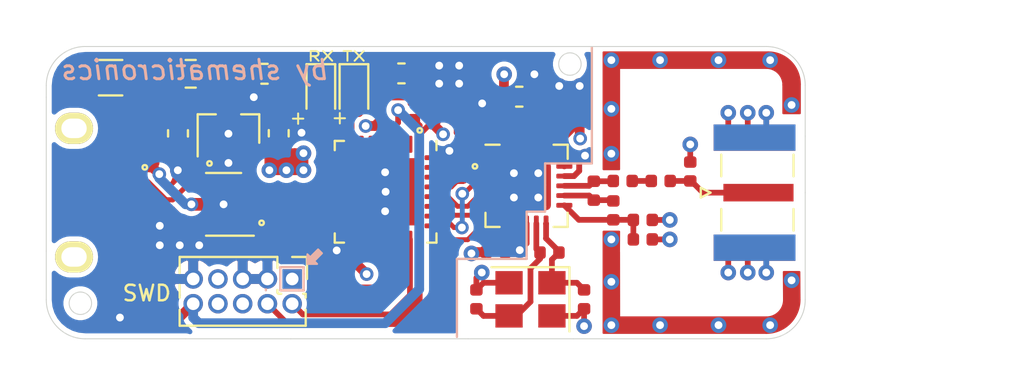
<source format=kicad_pcb>
(kicad_pcb (version 20240108) (generator "pcbnew") (generator_version "8.0")
  (layers (0 "F.Cu" signal) (31 "B.Cu" signal) (34 "B.Paste" user) (35 "F.Paste" user) (36 "B.SilkS" user "B.Silkscreen") (37 "F.SilkS" user "F.Silkscreen") (38 "B.Mask" user) (39 "F.Mask" user) (44 "Edge.Cuts" user))
  (net 0 "")
  (net 1 "GND")
  (net 2 "+3V3")
  (net 3 "NRF_ANT2")
  (net 4 "SPI3_MISO")
  (net 5 "NRF_XC2")
  (net 6 "NRF_VDD_PA")
  (net 7 "SPI3_SCK")
  (net 8 "NRF_ANT1")
  (net 9 "SPI3_MOSI")
  (net 10 "NRF_XC1")
  (net 11 "SPI3_!CS")
  (net 12 "NRF_CE")
  (net 13 "NRF_IRQ")
  (net 14 "USB_CONN_D+")
  (net 15 "USB_D-")
  (net 16 "+5V")
  (net 17 "USB_CONN_D-")
  (net 18 "USB_D+")
  (net 19 "NRST")
  (net 20 "SWCLK")
  (net 21 "SWDIO")
  (footprint "Package_TO_SOT_SMD:SOT-23-6" (layer "F.Cu") (at 153.7 52.85 180)
    (property "Reference" "U2")
    (property "Value" "USBLC6-2SC6")
  )
  (footprint "Inductor_SMD:L_0402_1005Metric" (layer "F.Cu") (at 174.185 51.65)
    (property "Reference" "L1")
    (property "Value" "3n9")
  )
  (footprint "Resistor_SMD:R_0402_1005Metric" (layer "F.Cu") (at 170.425 55.325)
    (property "Reference" "R5")
    (property "Value" "1M")
  )
  (footprint "Inductor_SMD:L_0805_2012Metric" (layer "F.Cu") (at 152.0125 46.15 180)
    (property "Reference" "FB1")
    (property "Value" "100 @ 100MHz")
  )
  (footprint "LED_SMD:LED_0603_1608Metric" (layer "F.Cu") (at 160.39 47.1425 -90)
    (property "Reference" "D2")
    (property "Value" "YE")
  )
  (footprint "Capacitor_SMD:C_0402_1005Metric" (layer "F.Cu") (at 163.465 48.02 90)
    (property "Reference" "C5")
    (property "Value" "100n")
  )
  (footprint "Resistor_SMD:R_0603_1608Metric" (layer "F.Cu") (at 162.8275 46.13)
    (property "Reference" "R3")
    (property "Value" "2k2")
  )
  (footprint "Inductor_SMD:L_0402_1005Metric" (layer "F.Cu") (at 172.7 52.15 -90)
    (property "Reference" "L2")
    (property "Value" "8n2")
  )
  (footprint "Capacitor_SMD:C_0402_1005Metric" (layer "F.Cu") (at 176.135 51.65 180)
    (property "Reference" "C15")
    (property "Value" "1p5")
  )
  (footprint "Capacitor_SMD:C_0402_1005Metric" (layer "F.Cu") (at 177.65 51.165 -90)
    (property "Reference" "C16")
    (property "Value" "1p")
  )
  (footprint "10118193-0001LF:101181930001LF" (layer "F.Cu") (at 146.1 52.25 -90)
    (property "Reference" "J1")
    (property "Value" "USB_B_Micro" (hide yes))
  )
  (footprint "Capacitor_SMD:C_0402_1005Metric" (layer "F.Cu") (at 175.215 53.65 180)
    (property "Reference" "C18")
    (property "Value" "4p7")
  )
  (footprint "Connector_PinHeader_1.27mm:PinHeader_2x05_P1.27mm_Vertical" (layer "F.Cu") (at 157.22 56.68 -90)
    (property "Reference" "J3")
    (property "Value" "ARM 10pin")
  )
  (footprint "Resistor_SMD:R_0603_1608Metric" (layer "F.Cu") (at 155.8 46.15 180)
    (property "Reference" "R2")
    (property "Value" "2k2")
  )
  (footprint "LED_SMD:LED_0603_1608Metric" (layer "F.Cu") (at 158.69 47.1425 -90)
    (property "Reference" "D1")
    (property "Value" "GR")
  )
  (footprint "Capacitor_SMD:C_0402_1005Metric" (layer "F.Cu") (at 172.2 57.725 -90)
    (property "Reference" "C13")
    (property "Value" "12p")
  )
  (footprint "Fuse:Fuse_1206_3216Metric" (layer "F.Cu") (at 147.9 46.35 180)
    (property "Reference" "F1")
    (property "Value" "100mA")
  )
  (footprint "Crystal:Crystal_SMD_3225-4Pin_3.2x2.5mm" (layer "F.Cu") (at 169.45 57.725 180)
    (property "Reference" "Y1")
    (property "Value" "16MHz")
  )
  (footprint "Resistor_SMD:R_0402_1005Metric" (layer "F.Cu") (at 170.925 48.16 90)
    (property "Reference" "R4")
    (property "Value" "22k")
  )
  (footprint "Capacitor_SMD:C_0402_1005Metric" (layer "F.Cu") (at 175.215 54.65 180)
    (property "Reference" "C17")
    (property "Value" "2n2")
  )
  (footprint "Inductor_SMD:L_0402_1005Metric" (layer "F.Cu") (at 173.7 53.16 90)
    (property "Reference" "L3")
    (property "Value" "2n7")
  )
  (footprint "Capacitor_SMD:C_0402_1005Metric" (layer "F.Cu") (at 166.675 57.725 90)
    (property "Reference" "C14")
    (property "Value" "12p")
  )
  (footprint "Connector_Coaxial:SMA_Samtec_SMA-J-P-X-ST-EM1_EdgeMount" (layer "F.Cu") (at 180.95 52.25 90)
    (property "Reference" "J2")
    (property "Value" "SMA")
  )
  (footprint "Capacitor_SMD:C_0402_1005Metric" (layer "F.Cu") (at 169.425 48.625)
    (property "Reference" "C11")
    (property "Value" "10n")
  )
  (footprint "Capacitor_SMD:C_0402_1005Metric" (layer "F.Cu") (at 167.465 48.625 180)
    (property "Reference" "C12")
    (property "Value" "33n")
  )
  (footprint "Resistor_SMD:R_0402_1005Metric" (layer "F.Cu") (at 165.565 48.015 90)
    (property "Reference" "R1")
    (property "Value" "2k2")
  )
  (footprint "Capacitor_SMD:C_0402_1005Metric" (layer "F.Cu") (at 161.79 48.02 90)
    (property "Reference" "C7")
    (property "Value" "100n")
  )
  (footprint "Package_DFN_QFN:QFN-20-1EP_4x4mm_P0.5mm_EP2.5x2.5mm" (layer "F.Cu") (at 169.25 51.9)
    (property "Reference" "U4")
    (property "Value" "nRF24L01P")
  )
  (footprint "Package_TO_SOT_SMD:SOT-23" (layer "F.Cu") (at 153.95 48.99 90)
    (property "Reference" "U1")
    (property "Value" "XC6206P332MR")
  )
  (footprint "Capacitor_SMD:C_0402_1005Metric" (layer "F.Cu") (at 159.99 55.88 180)
    (property "Reference" "C6")
    (property "Value" "100n")
  )
  (footprint "Capacitor_SMD:C_0603_1608Metric" (layer "F.Cu") (at 168.875 47.325)
    (property "Reference" "C8")
    (property "Value" "10u")
  )
  (footprint "Capacitor_SMD:C_0603_1608Metric" (layer "F.Cu") (at 156.53 49.2025 90)
    (property "Reference" "C2")
    (property "Value" "10u")
  )
  (footprint "Capacitor_SMD:C_0402_1005Metric" (layer "F.Cu") (at 149.785 58.66 180)
    (property "Reference" "C3")
    (property "Value" "100n")
  )
  (footprint "Capacitor_SMD:C_0402_1005Metric" (layer "F.Cu") (at 164.515 48.02 90)
    (property "Reference" "C4")
    (property "Value" "1u")
  )
  (footprint "Capacitor_SMD:C_0402_1005Metric" (layer "F.Cu") (at 171.975 48.165 90)
    (property "Reference" "C10")
    (property "Value" "10n")
  )
  (footprint "Package_DFN_QFN:QFN-32-1EP_5x5mm_P0.5mm_EP3.45x3.45mm" (layer "F.Cu") (at 162.015 52.205 -90)
    (property "Reference" "U3")
    (property "Value" "STM32L432KBU6")
  )
  (footprint "Capacitor_SMD:C_0603_1608Metric" (layer "F.Cu") (at 151.36 49.2075 -90)
    (property "Reference" "C1")
    (property "Value" "10u")
  )
  (footprint "Capacitor_SMD:C_0402_1005Metric" (layer "F.Cu") (at 167.665 55.3)
    (property "Reference" "C9")
    (property "Value" "10n")
  )
  (gr_arc (start 181.65 45.075) (mid 182.781371 45.543629) (end 183.25 46.675) (stroke (width 0.15)) (layer "F.Cu") (net 1))
  (gr_arc (start 182.47 57.75) (mid 182.203467 58.393467) (end 181.56 58.66) (stroke (width 0.12)) (layer "F.Cu") (net 1))
  (gr_poly (pts (xy 181.925 45.15) (xy 182.5 45.375) (xy 182.975 45.825) (xy 183.175 46.25) (xy 183.175 46.65) (xy 182.5 46.65) (xy 182.475 46.475) (xy 182.3 46.125) (xy 181.975 45.9) (xy 181.6 45.775) (xy 181.65 45.1)) (stroke (width 0.1)) (fill solid) (layer "F.Cu") (net 1))
  (gr_poly (pts (xy 181.65 45.85) (xy 174 45.85) (xy 174 51.05) (xy 173.2 51.05) (xy 173.2 45.05) (xy 181.65 45.05)) (stroke (width 0.1)) (fill solid) (layer "F.Cu") (net 1))
  (gr_poly (pts (xy 183.275 48.175) (xy 182.425 48.175) (xy 182.425 46.7) (xy 183.275 46.7)) (stroke (width 0.1)) (fill solid) (layer "F.Cu") (net 1))
  (gr_arc (start 181.55 45.825) (mid 182.186396 46.088604) (end 182.45 46.725) (stroke (width 0.15)) (layer "F.Cu") (net 1))
  (gr_poly (pts (xy 183.26 57.75) (xy 182.46 57.75) (xy 182.45 56.32) (xy 183.25 56.32)) (stroke (width 0.1)) (fill solid) (layer "F.Cu") (net 1))
  (gr_arc (start 183.25 57.74) (mid 182.752082 58.942082) (end 181.55 59.44) (stroke (width 0.12)) (layer "F.Cu") (net 1))
  (gr_poly (pts (xy 174.0025 58.65) (xy 181.55 58.65) (xy 181.55 59.45) (xy 173.2 59.45) (xy 173.2 56.75) (xy 173.2 56.1) (xy 173.2 54.25) (xy 174 54.25) (xy 173.995 55.3) (xy 173.9975 55.3)) (stroke (width 0.1)) (fill solid) (layer "F.Cu") (net 1))
  (gr_poly (pts (xy 183.21 58) (xy 183.11 58.37) (xy 182.74 58.95) (xy 181.98 59.35) (xy 181.59 59.38) (xy 181.6 58.73) (xy 181.6 58.72) (xy 181.96 58.63) (xy 182.33 58.33) (xy 182.52 57.86) (xy 182.51 57.78) (xy 183.2 57.77)) (stroke (width 0.1)) (fill solid) (layer "F.Cu") (net 1))
  (gr_line (start 157.81 56.42) (end 157.81 57.27) (stroke (width 0.12)) (layer "B.SilkS"))
  (gr_line (start 170.175 53.225) (end 169.575 53.225) (stroke (width 0.12)) (layer "B.SilkS"))
  (gr_line (start 169.25 55.65) (end 167.2 55.65) (stroke (width 0.12)) (layer "B.SilkS"))
  (gr_line (start 157.56 57.27) (end 156.61 57.27) (stroke (width 0.12)) (layer "B.SilkS"))
  (gr_line (start 169.25 53.225) (end 169.25 53.675) (stroke (width 0.12)) (layer "B.SilkS"))
  (gr_line (start 172.6 50.75) (end 171.3 50.75) (stroke (width 0.12)) (layer "B.SilkS"))
  (gr_line (start 172.6 44.8) (end 172.6 49.975) (stroke (width 0.12)) (layer "B.SilkS"))
  (gr_poly (pts (xy 158.75 55.36) (xy 158.35 55.76) (xy 158.5 55.91) (xy 158 55.91) (xy 158 55.41) (xy 158.15 55.56) (xy 158.55 55.16)) (stroke (width 0.1)) (fill solid) (layer "B.SilkS"))
  (gr_line (start 170.2 51.875) (end 170.2 52.975) (stroke (width 0.12)) (layer "B.SilkS"))
  (gr_line (start 156.61 57.22) (end 156.61 56.07) (stroke (width 0.12)) (layer "B.SilkS"))
  (gr_line (start 171.275 50.75) (end 170.2 50.75) (stroke (width 0.12)) (layer "B.SilkS"))
  (gr_line (start 156.61 56.07) (end 157.81 56.07) (stroke (width 0.12)) (layer "B.SilkS"))
  (gr_line (start 166.05 55.65) (end 167.2 55.65) (stroke (width 0.12)) (layer "B.SilkS"))
  (gr_line (start 165.675 55.65) (end 165.675 59.65) (stroke (width 0.12)) (layer "B.SilkS"))
  (gr_line (start 169.55 53.225) (end 169.275 53.225) (stroke (width 0.12)) (layer "B.SilkS"))
  (gr_line (start 169.25 53.675) (end 169.25 55.65) (stroke (width 0.12)) (layer "B.SilkS"))
  (gr_line (start 157.81 56.07) (end 157.81 56.42) (stroke (width 0.12)) (layer "B.SilkS"))
  (gr_line (start 170.2 50.75) (end 170.2 51.85) (stroke (width 0.12)) (layer "B.SilkS"))
  (gr_line (start 172.6 50) (end 172.6 50.75) (stroke (width 0.12)) (layer "B.SilkS"))
  (gr_line (start 170.2 52.975) (end 170.2 53.225) (stroke (width 0.12)) (layer "B.SilkS"))
  (gr_line (start 155.87 57.26) (end 155.87 57.21) (stroke (width 0.12)) (layer "B.SilkS"))
  (gr_line (start 157.81 57.27) (end 157.56 57.27) (stroke (width 0.12)) (layer "B.SilkS"))
  (gr_line (start 165.675 55.65) (end 166.025 55.65) (stroke (width 0.12)) (layer "B.SilkS"))
  (gr_circle (center 152.975 50.75) (end 153 50.8) (stroke (width 0.12)) (fill none) (layer "F.SilkS"))
  (gr_circle (center 155.65 53.8) (end 155.675 53.85) (stroke (width 0.12)) (fill none) (layer "F.SilkS"))
  (gr_circle (center 163.765 49.055) (end 163.79 49.105) (stroke (width 0.12)) (fill none) (layer "F.SilkS"))
  (gr_circle (center 166.6 50.9) (end 166.625 50.95) (stroke (width 0.12)) (fill none) (layer "F.SilkS"))
  (gr_circle (center 149.655901 50.95) (end 149.680901 51) (stroke (width 0.12)) (fill none) (layer "F.SilkS"))
  (gr_arc (start 181.55 44.75) (mid 182.964214 45.335786) (end 183.55 46.75) (stroke (width 0.05)) (layer "Edge.Cuts"))
  (gr_line (start 183.55 49.35) (end 183.55 46.75) (stroke (width 0.05)) (layer "Edge.Cuts"))
  (gr_line (start 146.6 59.75) (end 151.75 59.75) (stroke (width 0.05)) (layer "Edge.Cuts"))
  (gr_line (start 183.55 52.25) (end 183.55 49.35) (stroke (width 0.05)) (layer "Edge.Cuts"))
  (gr_line (start 144.6 47.35) (end 144.6 46.75) (stroke (width 0.05)) (layer "Edge.Cuts"))
  (gr_arc (start 144.6 46.75) (mid 145.185786 45.335786) (end 146.6 44.75) (stroke (width 0.05)) (layer "Edge.Cuts"))
  (gr_line (start 171.65 59.75) (end 181.55 59.75) (stroke (width 0.05)) (layer "Edge.Cuts"))
  (gr_line (start 181.2 44.75) (end 181.55 44.75) (stroke (width 0.05)) (layer "Edge.Cuts"))
  (gr_circle (center 146.35 57.926) (end 146.926 57.926) (stroke (width 0.05)) (fill none) (layer "Edge.Cuts"))
  (gr_circle (center 171.474 45.65) (end 172.05 45.65) (stroke (width 0.05)) (fill none) (layer "Edge.Cuts"))
  (gr_line (start 157.15 59.75) (end 166.25 59.75) (stroke (width 0.05)) (layer "Edge.Cuts"))
  (gr_line (start 166.25 59.75) (end 171.65 59.75) (stroke (width 0.05)) (layer "Edge.Cuts"))
  (gr_line (start 151.75 59.75) (end 157.15 59.75) (stroke (width 0.05)) (layer "Edge.Cuts"))
  (gr_line (start 160.85 44.75) (end 165.4 44.75) (stroke (width 0.05)) (layer "Edge.Cuts"))
  (gr_arc (start 146.6 59.75) (mid 145.185786 59.164214) (end 144.6 57.75) (stroke (width 0.05)) (layer "Edge.Cuts"))
  (gr_line (start 165.4 44.75) (end 181.2 44.75) (stroke (width 0.05)) (layer "Edge.Cuts"))
  (gr_arc (start 183.55 57.75) (mid 182.964214 59.164214) (end 181.55 59.75) (stroke (width 0.05)) (layer "Edge.Cuts"))
  (gr_line (start 144.6 55.25) (end 144.6 47.35) (stroke (width 0.05)) (layer "Edge.Cuts"))
  (gr_line (start 183.55 52.25) (end 183.55 57.75) (stroke (width 0.05)) (layer "Edge.Cuts"))
  (gr_line (start 160.85 44.75) (end 146.6 44.75) (stroke (width 0.05)) (layer "Edge.Cuts"))
  (gr_line (start 144.6 55.25) (end 144.6 57.75) (stroke (width 0.05)) (layer "Edge.Cuts"))
  (gr_text "by shematicronics" (at 152.25 45.95 0) (layer "B.SilkS") (effects (font (size 1 1) (thickness 0.15) (italic yes)) (justify mirror)))
  (gr_text "TX" (at 160.39 45.255 0) (layer "F.SilkS") (effects (font (size 0.5 0.7) (thickness 0.1))))
  (gr_text "RX" (at 158.69 45.255 0) (layer "F.SilkS") (effects (font (size 0.5 0.7) (thickness 0.1))))
  (gr_text "+" (at 157.525 48.4 0) (layer "F.SilkS") (effects (font (size 0.7 0.7) (thickness 0.1))))
  (gr_text "SWD" (at 149.76 57.41 0) (layer "F.SilkS") (effects (font (size 0.8 0.8) (thickness 0.125))))
  (gr_text "+" (at 159.665 48.38 0) (layer "F.SilkS") (effects (font (size 0.7 0.7) (thickness 0.1))))
  (segment (start 174.67 51.65) (end 175.65 51.65) (width 0.29337) (layer "F.Cu") (net 0))
  (segment (start 176.62 51.65) (end 177.65 51.65) (width 0.29337) (layer "F.Cu") (net 0))
  (segment (start 153.95 47.99) (end 151.79 47.99) (width 0.75) (layer "F.Cu") (net 0))
  (segment (start 152.95 46.99) (end 153.95 47.99) (width 0.75) (layer "F.Cu") (net 0))
  (segment (start 177.7 51.65) (end 177.65 51.65) (width 0.29337) (layer "F.Cu") (net 0))
  (segment (start 170.25 49.9625) (end 170.25 49.32) (width 0.3) (layer "F.Cu") (net 0))
  (segment (start 156.5875 46.15) (end 158.025 46.15) (width 0.5) (layer "F.Cu") (net 0))
  (segment (start 170.25 49.32) (end 170.925 48.645) (width 0.3) (layer "F.Cu") (net 0))
  (segment (start 160.615 46.13) (end 160.39 46.355) (width 0.5) (layer "F.Cu") (net 0))
  (segment (start 168.75 49.9625) (end 168.75 49.458586) (width 0.3) (layer "F.Cu") (net 0))
  (segment (start 165.64 49.18) (end 166.065 49.605) (width 0.25) (layer "F.Cu") (net 0))
  (segment (start 151.79 47.99) (end 151.36 48.42) (width 0.75) (layer "F.Cu") (net 0))
  (segment (start 166.065 49.605) (end 166.065 50.333084) (width 0.25) (layer "F.Cu") (net 0))
  (segment (start 151.075 46.15) (end 149.5 46.15) (width 0.75) (layer "F.Cu") (net 0))
  (segment (start 165.115 50.955) (end 165.289999 50.780001) (width 0.25) (layer "F.Cu") (net 0))
  (segment (start 165.64 48.68) (end 165.64 49.18) (width 0.25) (layer "F.Cu") (net 0))
  (segment (start 168.75 49.458586) (end 167.95 48.658586) (width 0.3) (layer "F.Cu") (net 0))
  (segment (start 178.3 52.25) (end 181.15 52.25) (width 0.29337) (layer "F.Cu") (net 0))
  (segment (start 162.04 46.13) (end 160.615 46.13) (width 0.5) (layer "F.Cu") (net 0))
  (segment (start 159.5775 48.8175) (end 158.69 47.93) (width 0.3) (layer "F.Cu") (net 0))
  (segment (start 170.25 49.9625) (end 170.25 49.82) (width 0.3) (layer "F.Cu") (net 0))
  (segment (start 165.618083 50.780001) (end 166.065 50.333084) (width 0.25) (layer "F.Cu") (net 0))
  (segment (start 167.95 48.658586) (end 167.95 48.625) (width 0.3) (layer "F.Cu") (net 0))
  (segment (start 158.025 46.15) (end 158.25 46.375) (width 0.5) (layer "F.Cu") (net 0))
  (segment (start 160.265 49.7675) (end 160.265 48.055) (width 0.3) (layer "F.Cu") (net 0))
  (segment (start 160.265 48.055) (end 160.39 47.93) (width 0.3) (layer "F.Cu") (net 0))
  (segment (start 159.5775 50.455) (end 159.5775 48.8175) (width 0.3) (layer "F.Cu") (net 0))
  (segment (start 152.95 46.15) (end 152.95 46.99) (width 0.75) (layer "F.Cu") (net 0))
  (segment (start 165.289999 50.780001) (end 165.618083 50.780001) (width 0.25) (layer "F.Cu") (net 0))
  (segment (start 164.4525 50.955) (end 165.115 50.955) (width 0.25) (layer "F.Cu") (net 0))
  (segment (start 156.6 46.1625) (end 156.5875 46.15) (width 0.75) (layer "F.Cu") (net 0))
  (segment (start 149.5 46.15) (end 149.3 46.35) (width 0.75) (layer "F.Cu") (net 0))
  (segment (start 178.3 52.25) (end 177.7 51.65) (width 0.29337) (layer "F.Cu") (net 0))
  (segment (start 163.465 47.535) (end 163.465 46.28) (width 0.5) (layer "F.Cu") (net 1))
  (segment (start 152.995 49.995) (end 153 49.99) (width 0.75) (layer "F.Cu") (net 1))
  (segment (start 166.98 48.6925) (end 166.98 48.625) (width 0.3) (layer "F.Cu") (net 1))
  (segment (start 150.425 54.95) (end 151.45 54.95) (width 0.5) (layer "F.Cu") (net 1))
  (segment (start 180.025 55.075) (end 179.6 55.5) (width 0.29337) (layer "F.Cu") (net 1))
  (segment (start 173.6 59.05) (end 173.6 56.825) (width 0.75) (layer "F.Cu") (net 1))
  (segment (start 163.465 47.535) (end 164.515 47.535) (width 0.5) (layer "F.Cu") (net 1))
  (segment (start 155.0125 46.15) (end 155.0125 47.1125) (width 0.5) (layer "F.Cu") (net 1))
  (segment (start 168.15 55.3) (end 168.8 55.3) (width 0.5) (layer "F.Cu") (net 1))
  (segment (start 165.565 47.53) (end 165.565 46.88) (width 0.5) (layer "F.Cu") (net 1))
  (segment (start 164.765 45.73) (end 164.015 45.73) (width 0.5) (layer "F.Cu") (net 1))
  (segment (start 166.97 48.615) (end 166.98 48.625) (width 0.5) (layer "F.Cu") (net 1))
  (segment (start 167.04 56.875) (end 166.675 57.24) (width 0.29337) (layer "F.Cu") (net 1))
  (segment (start 163.465 46.28) (end 163.615 46.13) (width 0.5) (layer "F.Cu") (net 1))
  (segment (start 179.6 49.25) (end 179.6 48.15) (width 0.29337) (layer "F.Cu") (net 1))
  (segment (start 171.683378 51.4) (end 171.95001 51.133368) (width 0.3) (layer "F.Cu") (net 1))
  (segment (start 171.95 50.75) (end 171.95 50.65) (width 0.3) (layer "F.Cu") (net 1))
  (segment (start 171.95001 51.133368) (end 171.95001 50.75001) (width 0.3) (layer "F.Cu") (net 1))
  (segment (start 153.215 49.99) (end 153.95 50.725) (width 0.5) (layer "F.Cu") (net 1))
  (segment (start 169.91 47.5725) (end 169.6625 47.325) (width 0.5) (layer "F.Cu") (net 1))
  (segment (start 159.505 55.88) (end 159.505 55.215) (width 0.3) (layer "F.Cu") (net 1))
  (segment (start 173.6 47.95) (end 173.6 45.45) (width 0.75) (layer "F.Cu") (net 1))
  (segment (start 173.6 50.25) (end 173.6 47.95) (width 0.75) (layer "F.Cu") (net 1))
  (segment (start 170.925 46.775) (end 170.925 47.675) (width 0.5) (layer "F.Cu") (net 1))
  (segment (start 154.8 52.85) (end 153.7 52.85) (width 0.5) (layer "F.Cu") (net 1))
  (segment (start 163.465 47.535) (end 163.192974 47.262974) (width 0.5) (layer "F.Cu") (net 1))
  (segment (start 175.7 53.65) (end 176.6 53.65) (width 0.29337) (layer "F.Cu") (net 1))
  (segment (start 164.525 47.545) (end 164.515 47.535) (width 0.5) (layer "F.Cu") (net 1))
  (segment (start 176.1 59.05) (end 179.1 59.05) (width 0.75) (layer "F.Cu") (net 1))
  (segment (start 171.95001 50.75001) (end 171.95 50.75) (width 0.3) (layer "F.Cu") (net 1))
  (segment (start 173.6 45.45) (end 176.1 45.45) (width 0.75) (layer "F.Cu") (net 1))
  (segment (start 175.7 54.65) (end 176.6 54.65) (width 0.29337) (layer "F.Cu") (net 1))
  (segment (start 155.0125 47.1125) (end 155.25 47.35) (width 0.5) (layer "F.Cu") (net 1))
  (segment (start 180.95 49.425) (end 179.775 49.425) (width 0.29337) (layer "F.Cu") (net 1))
  (segment (start 163.192974 47.262974) (end 162.062026 47.262974) (width 0.5) (layer "F.Cu") (net 1))
  (segment (start 181.55 55.075) (end 181.55 56.35) (width 0.29337) (layer "F.Cu") (net 1))
  (segment (start 180.6 49.075) (end 180.95 49.425) (width 0.29337) (layer "F.Cu") (net 1))
  (segment (start 171.95 50.65) (end 172.25 50.35) (width 0.3) (layer "F.Cu") (net 1))
  (segment (start 150.425 53.95) (end 150.425 54.95) (width 0.5) (layer "F.Cu") (net 1))
  (segment (start 153.765 49.225) (end 153 49.99) (width 0.5) (layer "F.Cu") (net 1))
  (segment (start 164.4525 50.455) (end 164.94 50.455) (width 0.3) (layer "F.Cu") (net 1))
  (segment (start 172.2 58.235) (end 172.2 59.125) (width 0.29337) (layer "F.Cu") (net 1))
  (segment (start 157.7 49.175) (end 156.94 48.415) (width 0.75) (layer "F.Cu") (net 1))
  (segment (start 168.15 55.3) (end 168.15 55.35) (width 0.3) (layer "F.Cu") (net 1))
  (segment (start 177.65 50.68) (end 177.65 49.775) (width 0.29337) (layer "F.Cu") (net 1))
  (segment (start 173.6 56.825) (end 173.6 54.65) (width 0.75) (layer "F.Cu") (net 1))
  (segment (start 164.765 46.655) (end 164.14 46.655) (width 0.5) (layer "F.Cu") (net 1))
  (segment (start 153.95 49.225) (end 153.765 49.225) (width 0.5) (layer "F.Cu") (net 1))
  (segment (start 169.25 54.85) (end 168.9 55.2) (width 0.3) (layer "F.Cu") (net 1))
  (segment (start 168.35 56.875) (end 167.04 56.875) (width 0.29337) (layer "F.Cu") (net 1))
  (segment (start 173.6 54.65) (end 173.6 57.1) (width 0.75) (layer "F.Cu") (net 1))
  (segment (start 164.14 46.655) (end 163.615 46.13) (width 0.5) (layer "F.Cu") (net 1))
  (segment (start 151.36 49.995) (end 152.995 49.995) (width 0.75) (layer "F.Cu") (net 1))
  (segment (start 180.6 55.425) (end 180.95 55.075) (width 0.29337) (layer "F.Cu") (net 1))
  (segment (start 162.062026 47.262974) (end 161.79 47.535) (width 0.5) (layer "F.Cu") (net 1))
  (segment (start 173.6 59.05) (end 176.1 59.05) (width 0.75) (layer "F.Cu") (net 1))
  (segment (start 165.565 46.88) (end 165.79 46.655) (width 0.5) (layer "F.Cu") (net 1))
  (segment (start 164.94 50.455) (end 165.29 50.105) (width 0.3) (layer "F.Cu") (net 1))
  (segment (start 180.6 48.15) (end 180.6 49.075) (width 0.29337) (layer "F.Cu") (net 1))
  (segment (start 151.45 54.95) (end 152.45 54.95) (width 0.5) (layer "F.Cu") (net 1))
  (segment (start 164.515 46.905) (end 164.765 46.655) (width 0.5) (layer "F.Cu") (net 1))
  (segment (start 180.95 55.075) (end 180.025 55.075) (width 0.29337) (layer "F.Cu") (net 1))
  (segment (start 168.8 55.3) (end 168.9 55.2) (width 0.5) (layer "F.Cu") (net 1))
  (segment (start 180.6 56.35) (end 180.6 55.425) (width 0.29337) (layer "F.Cu") (net 1))
  (segment (start 153 49.99) (end 153.215 49.99) (width 0.5) (layer "F.Cu") (net 1))
  (segment (start 164.515 47.535) (end 164.515 46.905) (width 0.5) (layer "F.Cu") (net 1))
  (segment (start 170.55 58.575) (end 171.835 58.575) (width 0.29337) (layer "F.Cu") (net 1))
  (segment (start 159.505 55.215) (end 159.505 54.0275) (width 0.3) (layer "F.Cu") (net 1))
  (segment (start 156.94 48.415) (end 156.53 48.415) (width 0.75) (layer "F.Cu") (net 1))
  (segment (start 169.75 48.785) (end 169.91 48.625) (width 0.3) (layer "F.Cu") (net 1))
  (segment (start 171.1875 51.4) (end 171.683378 51.4) (width 0.3) (layer "F.Cu") (net 1))
  (segment (start 151.35 50.005) (end 151.36 49.995) (width 0.5) (layer "F.Cu") (net 1))
  (segment (start 169.25 53.8375) (end 169.25 54.85) (width 0.3) (layer "F.Cu") (net 1))
  (segment (start 171.975 46.775) (end 171.975 47.68) (width 0.5) (layer "F.Cu") (net 1))
  (segment (start 166.97 47.67) (end 166.97 48.615) (width 0.5) (layer "F.Cu") (net 1))
  (segment (start 166.675 57.24) (end 166.675 56.625) (width 0.3) (layer "F.Cu") (net 1))
  (segment (start 169.6625 47.325) (end 169.6625 46.1875) (width 0.5) (layer "F.Cu") (net 1))
  (segment (start 148.7625 53.55) (end 150.025 53.55) (width 0.5) (layer "F.Cu") (net 1))
  (segment (start 164.015 45.73) (end 163.615 46.13) (width 0.5) (layer "F.Cu") (net 1))
  (segment (start 149.3 58.66) (end 148.38 58.66) (width 0.5) (layer "F.Cu") (net 1))
  (segment (start 169.91 48.625) (end 169.91 47.5725) (width 0.5) (layer "F.Cu") (net 1))
  (segment (start 179.775 49.425) (end 179.6 49.25) (width 0.29337) (layer "F.Cu") (net 1))
  (segment (start 176.1 45.45) (end 179.1 45.45) (width 0.75) (layer "F.Cu") (net 1))
  (segment (start 150.025 53.55) (end 150.425 53.95) (width 0.5) (layer "F.Cu") (net 1))
  (segment (start 171.835 58.575) (end 172.2 58.21) (width 0.29337) (layer "F.Cu") (net 1))
  (segment (start 181.55 49.425) (end 181.55 48.15) (width 0.29337) (layer "F.Cu") (net 1))
  (segment (start 169.6625 46.1875) (end 169.65 46.175) (width 0.5) (layer "F.Cu") (net 1))
  (segment (start 159.505 54.0275) (end 159.5775 53.955) (width 0.3) (layer "F.Cu") (net 1))
  (segment (start 179.6 55.5) (end 179.6 56.35) (width 0.29337) (layer "F.Cu") (net 1))
  (segment (start 169.75 49.9625) (end 169.75 48.785) (width 0.3) (layer "F.Cu") (net 1))
  (segment (start 151.35 51.1) (end 151.35 50.005) (width 0.5) (layer "F.Cu") (net 1))
  (segment (start 169.91 48.678586) (end 169.91 48.625) (width 0.3) (layer "F.Cu") (net 1))
  (via (at 182.85 47.75) (size 0.8) (drill 0.4) (layers "F.Cu" "B.Cu") (net 1))
  (via (at 181.75 45.45) (size 0.8) (drill 0.4) (layers "F.Cu" "B.Cu") (net 1))
  (via (at 168.6 51.25) (size 0.7) (drill 0.4) (layers "F.Cu" "B.Cu") (net 1))
  (via (at 182.85 56.75) (size 0.8) (drill 0.4) (layers "F.Cu" "B.Cu") (net 1))
  (via (at 169.65 46.175) (size 0.8) (drill 0.4) (layers "F.Cu" "B.Cu") (net 1))
  (via (at 150.425 53.95) (size 0.8) (drill 0.4) (layers "F.Cu" "B.Cu") (net 1))
  (via (at 173.6 56.825) (size 0.8) (drill 0.4) (layers "F.Cu" "B.Cu") (net 1))
  (via (at 173.6 54.65) (size 0.8) (drill 0.4) (layers "F.Cu" "B.Cu") (net 1))
  (via (at 165.79 45.73) (size 0.8) (drill 0.4) (layers "F.Cu" "B.Cu") (net 1))
  (via (at 172.25 50.35) (size 0.7) (drill 0.4) (layers "F.Cu" "B.Cu") (net 1))
  (via (at 177.65 49.775) (size 0.8) (drill 0.4) (layers "F.Cu" "B.Cu") (net 1))
  (via (at 176.1 59.05) (size 0.8) (drill 0.4) (layers "F.Cu" "B.Cu") (net 1))
  (via (at 161.99 51.205) (size 0.8) (drill 0.4) (layers "F.Cu" "B.Cu") (net 1))
  (via (at 173.6 59.05) (size 0.8) (drill 0.4) (layers "F.Cu" "B.Cu") (net 1))
  (via (at 181.55 48.15) (size 0.8) (drill 0.4) (layers "F.Cu" "B.Cu") (net 1))
  (via (at 169.85 51.25) (size 0.7) (drill 0.4) (layers "F.Cu" "B.Cu") (net 1))
  (via (at 179.6 56.35) (size 0.8) (drill 0.4) (layers "F.Cu" "B.Cu") (net 1))
  (via (at 179.1 59.05) (size 0.8) (drill 0.4) (layers "F.Cu" "B.Cu") (net 1))
  (via (at 148.38 58.66) (size 0.8) (drill 0.4) (layers "F.Cu" "B.Cu") (net 1))
  (via (at 176.1 45.45) (size 0.8) (drill 0.4) (layers "F.Cu" "B.Cu") (net 1))
  (via (at 166.95 56.35) (size 0.8) (drill 0.4) (layers "F.Cu" "B.Cu") (net 1))
  (via (at 164.765 46.655) (size 0.8) (drill 0.4) (layers "F.Cu" "B.Cu") (net 1))
  (via (at 170.925 46.775) (size 0.8) (drill 0.4) (layers "F.Cu" "B.Cu") (net 1))
  (via (at 173.6 50.25) (size 0.8) (drill 0.4) (layers "F.Cu" "B.Cu") (net 1))
  (via (at 162.015 52.205) (size 0.8) (drill 0.4) (layers "F.Cu" "B.Cu") (net 1))
  (via (at 168.9 55.2) (size 0.8) (drill 0.4) (layers "F.Cu" "B.Cu") (net 1))
  (via (at 176.6 53.65) (size 0.8) (drill 0.4) (layers "F.Cu" "B.Cu") (net 1))
  (via (at 179.1 45.45) (size 0.8) (drill 0.4) (layers "F.Cu" "B.Cu") (net 1))
  (via (at 173.6 47.95) (size 0.8) (drill 0.4) (layers "F.Cu" "B.Cu") (net 1))
  (via (at 153.7 52.85) (size 0.7) (drill 0.4) (layers "F.Cu" "B.Cu") (net 1))
  (via (at 151.35 51.1) (size 0.8) (drill 0.4) (layers "F.Cu" "B.Cu") (net 1))
  (via (at 180.6 48.15) (size 0.8) (drill 0.4) (layers "F.Cu" "B.Cu") (net 1))
  (via (at 159.505 55.215) (size 0.7) (drill 0.4) (layers "F.Cu" "B.Cu") (net 1))
  (via (at 181.55 56.35) (size 0.8) (drill 0.4) (layers "F.Cu" "B.Cu") (net 1))
  (via (at 179.6 48.15) (size 0.8) (drill 0.4) (layers "F.Cu" "B.Cu") (net 1))
  (via (at 165.29 50.105) (size 0.7) (drill 0.4) (layers "F.Cu" "B.Cu") (net 1))
  (via (at 173.6 45.45) (size 0.8) (drill 0.4) (layers "F.Cu" "B.Cu") (net 1))
  (via (at 155.25 47.35) (size 0.8) (drill 0.4) (layers "F.Cu" "B.Cu") (net 1))
  (via (at 153.95 50.725) (size 0.8) (drill 0.4) (layers "F.Cu" "B.Cu") (net 1))
  (via (at 157.7 49.175) (size 0.8) (drill 0.4) (layers "F.Cu" "B.Cu") (net 1))
  (via (at 168.6 52.5) (size 0.7) (drill 0.4) (layers "F.Cu" "B.Cu") (net 1))
  (via (at 165.79 46.655) (size 0.8) (drill 0.4) (layers "F.Cu" "B.Cu") (net 1))
  (via (at 166.97 47.67) (size 0.8) (drill 0.4) (layers "F.Cu" "B.Cu") (net 1))
  (via (at 180.6 56.35) (size 0.8) (drill 0.4) (layers "F.Cu" "B.Cu") (net 1))
  (via (at 169.85 52.5) (size 0.7) (drill 0.4) (layers "F.Cu" "B.Cu") (net 1))
  (via (at 152.45 54.95) (size 0.8) (drill 0.4) (layers "F.Cu" "B.Cu") (net 1))
  (via (at 181.75 59.05) (size 0.8) (drill 0.4) (layers "F.Cu" "B.Cu") (net 1))
  (via (at 172.2 59.1) (size 0.8) (drill 0.4) (layers "F.Cu" "B.Cu") (net 1))
  (via (at 164.765 45.73) (size 0.8) (drill 0.4) (layers "F.Cu" "B.Cu") (net 1))
  (via (at 161.99 53.205) (size 0.8) (drill 0.4) (layers "F.Cu" "B.Cu") (net 1))
  (via (at 153.95 49.225) (size 0.8) (drill 0.4) (layers "F.Cu" "B.Cu") (net 1))
  (via (at 151.45 54.95) (size 0.8) (drill 0.4) (layers "F.Cu" "B.Cu") (net 1))
  (via (at 171.975 46.775) (size 0.8) (drill 0.4) (layers "F.Cu" "B.Cu") (net 1))
  (via (at 150.425 54.95) (size 0.8) (drill 0.4) (layers "F.Cu" "B.Cu") (net 1))
  (via (at 176.6 54.65) (size 0.8) (drill 0.4) (layers "F.Cu" "B.Cu") (net 1))
  (segment (start 181.55 49.425) (end 181.55 48.15) (width 0.29337) (layer "B.Cu") (net 1))
  (segment (start 181.55 55.075) (end 181.55 56.35) (width 0.29337) (layer "B.Cu") (net 1))
  (segment (start 157.8 51.1) (end 157.35 50.65) (width 0.5) (layer "F.Cu") (net 2))
  (segment (start 160.475 55.88) (end 160.49 55.88) (width 0.5) (layer "F.Cu") (net 2))
  (segment (start 156.53 50.705) (end 156.925 51.1) (width 0.5) (layer "F.Cu") (net 2))
  (segment (start 156.925 50.385) (end 156.53 49.99) (width 0.5) (layer "F.Cu") (net 2))
  (segment (start 168.0875 46.1875) (end 168.1 46.175) (width 0.5) (layer "F.Cu") (net 2))
  (segment (start 157.8 50.225) (end 157.35 50.225) (width 0.5) (layer "F.Cu") (net 2))
  (segment (start 160.99 48.83) (end 161.465 48.83) (width 0.5) (layer "F.Cu") (net 2))
  (segment (start 171.975 48.65) (end 171.975 49.45) (width 0.5) (layer "F.Cu") (net 2))
  (segment (start 172 48.675) (end 171.975 48.65) (width 0.3) (layer "F.Cu") (net 2))
  (segment (start 168.8 48.765) (end 168.94 48.625) (width 0.3) (layer "F.Cu") (net 2))
  (segment (start 163.765 49.7675) (end 163.765 48.805) (width 0.29337) (layer "F.Cu") (net 2))
  (segment (start 156.765 50.225) (end 156.53 49.99) (width 0.5) (layer "F.Cu") (net 2))
  (segment (start 167.18 55.3) (end 166.49 55.3) (width 0.5) (layer "F.Cu") (net 2))
  (segment (start 154.9 49.99) (end 156.53 49.99) (width 0.75) (layer "F.Cu") (net 2))
  (segment (start 168.75 54.298022) (end 168.75 53.8375) (width 0.25) (layer "F.Cu") (net 2))
  (segment (start 164.515 48.805) (end 164.965 49.255) (width 0.5) (layer "F.Cu") (net 2))
  (segment (start 168.473012 54.57501) (end 168.75 54.298022) (width 0.25) (layer "F.Cu") (net 2))
  (segment (start 156.53 49.99) (end 156.53 50.705) (width 0.5) (layer "F.Cu") (net 2))
  (segment (start 167.18 54.645) (end 167.24999 54.57501) (width 0.25) (layer "F.Cu") (net 2))
  (segment (start 157.35 50.225) (end 156.765 50.225) (width 0.5) (layer "F.Cu") (net 2))
  (segment (start 156.53 49.99) (end 156.53 50.62) (width 0.5) (layer "F.Cu") (net 2))
  (segment (start 161.765 49.7675) (end 161.765 48.53) (width 0.29337) (layer "F.Cu") (net 2))
  (segment (start 156.05 50.47) (end 156.53 49.99) (width 0.5) (layer "F.Cu") (net 2))
  (segment (start 171.975 49.45) (end 172 49.475) (width 0.5) (layer "F.Cu") (net 2))
  (segment (start 163.765 49.255) (end 164.515 48.505) (width 0.29337) (layer "F.Cu") (net 2))
  (segment (start 160.265 54.6425) (end 160.265 55.67) (width 0.3) (layer "F.Cu") (net 2))
  (segment (start 167.18 55.3) (end 167.18 54.645) (width 0.25) (layer "F.Cu") (net 2))
  (segment (start 166.49 55.3) (end 166.42 55.37) (width 0.5) (layer "F.Cu") (net 2))
  (segment (start 157.35 50.65) (end 157.35 50.225) (width 0.5) (layer "F.Cu") (net 2))
  (segment (start 157.8 50.225) (end 157.8 51.1) (width 0.5) (layer "F.Cu") (net 2))
  (segment (start 171.1875 50.9) (end 171.1875 49.4375) (width 0.3) (layer "F.Cu") (net 2))
  (segment (start 168.94 48.625) (end 168.94 48.1775) (width 0.5) (layer "F.Cu") (net 2))
  (segment (start 156.05 51.1) (end 156.05 50.47) (width 0.5) (layer "F.Cu") (net 2))
  (segment (start 161.465 48.83) (end 161.79 48.505) (width 0.5) (layer "F.Cu") (net 2))
  (segment (start 168.0875 47.325) (end 168.0875 46.1875) (width 0.5) (layer "F.Cu") (net 2))
  (segment (start 169.25 48.935) (end 168.94 48.625) (width 0.3) (layer "F.Cu") (net 2))
  (segment (start 157.64 51.1) (end 156.53 49.99) (width 0.5) (layer "F.Cu") (net 2))
  (segment (start 160.265 55.67) (end 160.475 55.88) (width 0.3) (layer "F.Cu") (net 2))
  (segment (start 167.24999 54.57501) (end 168.473012 54.57501) (width 0.25) (layer "F.Cu") (net 2))
  (segment (start 168.94 48.1775) (end 168.0875 47.325) (width 0.5) (layer "F.Cu") (net 2))
  (segment (start 163.765 48.805) (end 163.465 48.505) (width 0.29337) (layer "F.Cu") (net 2))
  (segment (start 156.925 51.1) (end 156.925 50.385) (width 0.5) (layer "F.Cu") (net 2))
  (segment (start 156.05 51.1) (end 156.925 51.1) (width 0.5) (layer "F.Cu") (net 2))
  (segment (start 164.515 48.505) (end 164.515 48.805) (width 0.5) (layer "F.Cu") (net 2))
  (segment (start 163.765 49.7675) (end 163.765 49.255) (width 0.29337) (layer "F.Cu") (net 2))
  (segment (start 169.25 49.9625) (end 169.25 48.935) (width 0.3) (layer "F.Cu") (net 2))
  (segment (start 161.765 48.53) (end 161.79 48.505) (width 0.29337) (layer "F.Cu") (net 2))
  (segment (start 160.49 55.88) (end 161.04 56.43) (width 0.5) (layer "F.Cu") (net 2))
  (segment (start 171.1875 49.4375) (end 171.975 48.65) (width 0.3) (layer "F.Cu") (net 2))
  (segment (start 157.8 51.1) (end 157.64 51.1) (width 0.5) (layer "F.Cu") (net 2))
  (segment (start 157.8 51.1) (end 156.925 51.1) (width 0.5) (layer "F.Cu") (net 2))
  (segment (start 156.53 50.62) (end 156.05 51.1) (width 0.5) (layer "F.Cu") (net 2))
  (via (at 156.925 51.1) (size 0.8) (drill 0.4) (layers "F.Cu" "B.Cu") (net 2))
  (via (at 166.42 55.37) (size 0.8) (drill 0.4) (layers "F.Cu" "B.Cu") (net 2))
  (via (at 172 49.475) (size 0.7) (drill 0.4) (layers "F.Cu" "B.Cu") (net 2))
  (via (at 160.99 48.83) (size 0.7) (drill 0.4) (layers "F.Cu" "B.Cu") (net 2))
  (via (at 157.8 50.225) (size 0.8) (drill 0.4) (layers "F.Cu" "B.Cu") (net 2))
  (via (at 156.05 51.1) (size 0.8) (drill 0.4) (layers "F.Cu" "B.Cu") (net 2))
  (via (at 164.965 49.255) (size 0.7) (drill 0.4) (layers "F.Cu" "B.Cu") (net 2))
  (via (at 157.8 51.1) (size 0.8) (drill 0.4) (layers "F.Cu" "B.Cu") (net 2))
  (via (at 161.04 56.43) (size 0.7) (drill 0.4) (layers "F.Cu" "B.Cu") (net 2))
  (via (at 168.1 46.175) (size 0.8) (drill 0.4) (layers "F.Cu" "B.Cu") (net 2))
  (segment (start 173.685 51.665) (end 173.7 51.65) (width 0.29337) (layer "F.Cu") (net 3))
  (segment (start 171.1875 51.9) (end 172.465 51.9) (width 0.29337) (layer "F.Cu") (net 3))
  (segment (start 172.465 51.9) (end 172.7 51.665) (width 0.29337) (layer "F.Cu") (net 3))
  (segment (start 172.7 51.665) (end 173.685 51.665) (width 0.29337) (layer "F.Cu") (net 3))
  (segment (start 165.074432 52.955) (end 165.529432 53.41) (width 0.25) (layer "F.Cu") (net 4))
  (segment (start 164.4525 52.955) (end 165.074432 52.955) (width 0.25) (layer "F.Cu") (net 4))
  (segment (start 166.8025 53.41) (end 167.3125 52.9) (width 0.25) (layer "F.Cu") (net 4))
  (segment (start 165.529432 53.41) (end 166.8025 53.41) (width 0.25) (layer "F.Cu") (net 4))
  (segment (start 168.35 58.575) (end 167.04 58.575) (width 0.29337) (layer "F.Cu") (net 5))
  (segment (start 169.45 56.135) (end 169.94 55.645) (width 0.29337) (layer "F.Cu") (net 5))
  (segment (start 169.45 57.85) (end 169.45 56.135) (width 0.29337) (layer "F.Cu") (net 5))
  (segment (start 169.45 57.85) (end 168.725 58.575) (width 0.29337) (layer "F.Cu") (net 5))
  (segment (start 168.725 58.575) (end 168.35 58.575) (width 0.29337) (layer "F.Cu") (net 5))
  (segment (start 169.75 53.8375) (end 169.75 55.135) (width 0.29337) (layer "F.Cu") (net 5))
  (segment (start 168.35 58.575) (end 168.574035 58.575) (width 0.29337) (layer "F.Cu") (net 5))
  (segment (start 169.75 55.135) (end 169.94 55.325) (width 0.29337) (layer "F.Cu") (net 5))
  (segment (start 169.94 55.645) (end 169.94 55.325) (width 0.29337) (layer "F.Cu") (net 5))
  (segment (start 167.04 58.575) (end 166.675 58.21) (width 0.29337) (layer "F.Cu") (net 5))
  (segment (start 171.9325 53.645) (end 171.1875 52.9) (width 0.29337) (layer "F.Cu") (net 6))
  (segment (start 173.7 53.645) (end 171.9325 53.645) (width 0.29337) (layer "F.Cu") (net 6))
  (segment (start 174.725 53.645) (end 174.73 53.65) (width 0.29337) (layer "F.Cu") (net 6))
  (segment (start 173.7 53.645) (end 174.725 53.645) (width 0.29337) (layer "F.Cu") (net 6))
  (segment (start 174.73 53.65) (end 174.73 54.65) (width 0.29337) (layer "F.Cu") (net 6))
  (segment (start 165.523022 54.04) (end 165.93 54.04) (width 0.25) (layer "F.Cu") (net 7))
  (segment (start 164.4525 53.455) (end 164.938022 53.455) (width 0.25) (layer "F.Cu") (net 7))
  (segment (start 167.3125 51.9) (end 166.44641 51.9) (width 0.25) (layer "F.Cu") (net 7))
  (segment (start 166.041391 52.305019) (end 165.94991 52.305019) (width 0.25) (layer "F.Cu") (net 7))
  (segment (start 166.44641 51.9) (end 166.041391 52.305019) (width 0.25) (layer "F.Cu") (net 7))
  (segment (start 164.938022 53.455) (end 165.523022 54.04) (width 0.25) (layer "F.Cu") (net 7))
  (via (at 165.94991 52.305019) (size 0.7) (drill 0.4) (layers "F.Cu" "B.Cu") (net 7))
  (via (at 165.93 54.04) (size 0.7) (drill 0.4) (layers "F.Cu" "B.Cu") (net 7))
  (segment (start 165.94991 54.02009) (end 165.93 54.04) (width 0.25) (layer "B.Cu") (net 7))
  (segment (start 165.94991 52.305019) (end 165.94991 54.02009) (width 0.25) (layer "B.Cu") (net 7))
  (segment (start 171.1875 52.4) (end 172.465 52.4) (width 0.29337) (layer "F.Cu") (net 8))
  (segment (start 172.465 52.4) (end 172.7 52.635) (width 0.29337) (layer "F.Cu") (net 8))
  (segment (start 172.7 52.635) (end 173.66 52.635) (width 0.29337) (layer "F.Cu") (net 8))
  (segment (start 173.66 52.635) (end 173.7 52.675) (width 0.29337) (layer "F.Cu") (net 8))
  (segment (start 165.705842 52.95) (end 166.229931 52.95) (width 0.25) (layer "F.Cu") (net 9))
  (segment (start 164.4525 52.455) (end 165.210842 52.455) (width 0.25) (layer "F.Cu") (net 9))
  (segment (start 166.229931 52.95) (end 166.779931 52.4) (width 0.25) (layer "F.Cu") (net 9))
  (segment (start 166.9 52.4) (end 167.3125 52.4) (width 0.25) (layer "F.Cu") (net 9))
  (segment (start 166.779931 52.4) (end 166.9 52.4) (width 0.25) (layer "F.Cu") (net 9))
  (segment (start 165.210842 52.455) (end 165.705842 52.95) (width 0.25) (layer "F.Cu") (net 9))
  (segment (start 170.91 55.26) (end 170.25 54.6) (width 0.29337) (layer "F.Cu") (net 10))
  (segment (start 170.435 56.76) (end 170.55 56.875) (width 0.29337) (layer "F.Cu") (net 10))
  (segment (start 170.55 56.875) (end 171.835 56.875) (width 0.29337) (layer "F.Cu") (net 10))
  (segment (start 170.55 55.685) (end 170.91 55.325) (width 0.29337) (layer "F.Cu") (net 10))
  (segment (start 170.25 54.59338) (end 170.25 53.8375) (width 0.29337) (layer "F.Cu") (net 10))
  (segment (start 170.55 56.875) (end 170.55 55.685) (width 0.29337) (layer "F.Cu") (net 10))
  (segment (start 170.91 55.325) (end 170.91 55.26) (width 0.29337) (layer "F.Cu") (net 10))
  (segment (start 170.91 55.325) (end 170.9 55.325) (width 0.29337) (layer "F.Cu") (net 10))
  (segment (start 170.25 54.6) (end 170.25 54.59338) (width 0.29337) (layer "F.Cu") (net 10))
  (segment (start 171.835 56.875) (end 172.2 57.24) (width 0.29337) (layer "F.Cu") (net 10))
  (segment (start 170.25 53.85) (end 170.25 53.8375) (width 0.29337) (layer "F.Cu") (net 10))
  (segment (start 166.5 51.41) (end 166.3 51.41) (width 0.25) (layer "F.Cu") (net 11))
  (segment (start 167.3125 51.4) (end 166.51 51.4) (width 0.25) (layer "F.Cu") (net 11))
  (segment (start 165.990885 51.680019) (end 165.662801 51.680019) (width 0.25) (layer "F.Cu") (net 11))
  (segment (start 164.4525 51.955) (end 165.38782 51.955) (width 0.25) (layer "F.Cu") (net 11))
  (segment (start 166.015905 51.654999) (end 165.990885 51.680019) (width 0.25) (layer "F.Cu") (net 11))
  (segment (start 166.51 51.4) (end 166.5 51.41) (width 0.25) (layer "F.Cu") (net 11))
  (segment (start 166.055001 51.654999) (end 166.015905 51.654999) (width 0.25) (layer "F.Cu") (net 11))
  (segment (start 165.38782 51.955) (end 165.662801 51.680019) (width 0.25) (layer "F.Cu") (net 11))
  (segment (start 166.3 51.41) (end 166.055001 51.654999) (width 0.25) (layer "F.Cu") (net 11))
  (segment (start 165.25141 51.455) (end 165.476399 51.230011) (width 0.25) (layer "F.Cu") (net 12))
  (segment (start 165.476399 51.230011) (end 165.804484 51.23001) (width 0.25) (layer "F.Cu") (net 12))
  (segment (start 164.4525 51.455) (end 165.25141 51.455) (width 0.25) (layer "F.Cu") (net 12))
  (segment (start 166.134494 50.9) (end 167.3125 50.9) (width 0.25) (layer "F.Cu") (net 12))
  (segment (start 165.804484 51.23001) (end 166.134494 50.9) (width 0.25) (layer "F.Cu") (net 12))
  (segment (start 168.25 53.8375) (end 167.057502 53.8375) (width 0.25) (layer "F.Cu") (net 13))
  (segment (start 167.057502 53.8375) (end 166.230001 54.665001) (width 0.25) (layer "F.Cu") (net 13))
  (segment (start 165.162501 54.665001) (end 164.4525 53.955) (width 0.25) (layer "F.Cu") (net 13))
  (segment (start 166.230001 54.665001) (end 165.162501 54.665001) (width 0.25) (layer "F.Cu") (net 13))
  (segment (start 150.553836 53.082156) (end 151.087155 53.082156) (width 0.261112) (layer "F.Cu") (net 14))
  (segment (start 151.804999 53.8) (end 152.6 53.8) (width 0.261112) (layer "F.Cu") (net 14))
  (segment (start 151.087155 53.082156) (end 151.804999 53.8) (width 0.261112) (layer "F.Cu") (net 14))
  (segment (start 149.628836 52.157156) (end 150.553836 53.082156) (width 0.261112) (layer "F.Cu") (net 14))
  (segment (start 149.330344 52.157156) (end 149.628836 52.157156) (width 0.261112) (layer "F.Cu") (net 14))
  (segment (start 149.2375 52.25) (end 149.330344 52.157156) (width 0.261112) (layer "F.Cu") (net 14))
  (segment (start 148.7625 52.25) (end 149.2375 52.25) (width 0.261112) (layer "F.Cu") (net 14))
  (segment (start 161.638687 55.908836) (end 161.646209 55.842079) (width 0.261112) (layer "F.Cu") (net 15))
  (segment (start 161.668397 55.77867) (end 161.704138 55.721789) (width 0.261112) (layer "F.Cu") (net 15))
  (segment (start 162.253135 56.37867) (end 162.217394 56.321789) (width 0.261112) (layer "F.Cu") (net 15))
  (segment (start 162.217394 55.495882) (end 162.253135 55.439001) (width 0.261112) (layer "F.Cu") (net 15))
  (segment (start 162.049601 55.601314) (end 162.11301 55.579126) (width 0.261112) (layer "F.Cu") (net 15))
  (segment (start 161.982844 56.208836) (end 161.938687 56.208836) (width 0.261112) (layer "F.Cu") (net 15))
  (segment (start 162.282844 54.660344) (end 162.265 54.6425) (width 0.261112) (layer "F.Cu") (net 15))
  (segment (start 156.312845 52.617844) (end 157.876164 52.617844) (width 0.261112) (layer "F.Cu") (net 15))
  (segment (start 162.282844 55.308836) (end 162.282844 54.660344) (width 0.261112) (layer "F.Cu") (net 15))
  (segment (start 161.646209 55.842079) (end 161.668397 55.77867) (width 0.261112) (layer "F.Cu") (net 15))
  (segment (start 162.253135 55.439001) (end 162.275323 55.375592) (width 0.261112) (layer "F.Cu") (net 15))
  (segment (start 162.11301 55.579126) (end 162.169891 55.543385) (width 0.261112) (layer "F.Cu") (net 15))
  (segment (start 162.049601 56.216357) (end 161.982844 56.208836) (width 0.261112) (layer "F.Cu") (net 15))
  (segment (start 161.751641 56.143385) (end 161.704138 56.095882) (width 0.261112) (layer "F.Cu") (net 15))
  (segment (start 162.275323 55.375592) (end 162.282844 55.308836) (width 0.261112) (layer "F.Cu") (net 15))
  (segment (start 161.938687 55.608836) (end 161.982844 55.608836) (width 0.261112) (layer "F.Cu") (net 15))
  (segment (start 161.646209 55.975592) (end 161.638687 55.908836) (width 0.261112) (layer "F.Cu") (net 15))
  (segment (start 161.704138 55.721789) (end 161.751641 55.674286) (width 0.261112) (layer "F.Cu") (net 15))
  (segment (start 161.751641 55.674286) (end 161.808522 55.638545) (width 0.261112) (layer "F.Cu") (net 15))
  (segment (start 162.275323 56.442079) (end 162.253135 56.37867) (width 0.261112) (layer "F.Cu") (net 15))
  (segment (start 161.808522 56.179126) (end 161.751641 56.143385) (width 0.261112) (layer "F.Cu") (net 15))
  (segment (start 161.938687 56.208836) (end 161.871931 56.201314) (width 0.261112) (layer "F.Cu") (net 15))
  (segment (start 157.876164 52.617844) (end 158.652156 53.393836) (width 0.261112) (layer "F.Cu") (net 15))
  (segment (start 162.169891 55.543385) (end 162.217394 55.495882) (width 0.261112) (layer "F.Cu") (net 15))
  (segment (start 159.216164 57.097844) (end 161.693836 57.097844) (width 0.261112) (layer "F.Cu") (net 15))
  (segment (start 161.668397 56.039001) (end 161.646209 55.975592) (width 0.261112) (layer "F.Cu") (net 15))
  (segment (start 154.8 51.9) (end 155.595001 51.9) (width 0.261112) (layer "F.Cu") (net 15))
  (segment (start 162.11301 56.238545) (end 162.049601 56.216357) (width 0.261112) (layer "F.Cu") (net 15))
  (segment (start 158.652156 56.533836) (end 159.216164 57.097844) (width 0.261112) (layer "F.Cu") (net 15))
  (segment (start 161.982844 55.608836) (end 162.049601 55.601314) (width 0.261112) (layer "F.Cu") (net 15))
  (segment (start 162.169891 56.274286) (end 162.11301 56.238545) (width 0.261112) (layer "F.Cu") (net 15))
  (segment (start 161.808522 55.638545) (end 161.871931 55.616357) (width 0.261112) (layer "F.Cu") (net 15))
  (segment (start 161.871931 55.616357) (end 161.938687 55.608836) (width 0.261112) (layer "F.Cu") (net 15))
  (segment (start 162.282844 56.508836) (end 162.275323 56.442079) (width 0.261112) (layer "F.Cu") (net 15))
  (segment (start 161.871931 56.201314) (end 161.808522 56.179126) (width 0.261112) (layer "F.Cu") (net 15))
  (segment (start 155.595001 51.9) (end 156.312845 52.617844) (width 0.261112) (layer "F.Cu") (net 15))
  (segment (start 161.704138 56.095882) (end 161.668397 56.039001) (width 0.261112) (layer "F.Cu") (net 15))
  (segment (start 162.217394 56.321789) (end 162.169891 56.274286) (width 0.261112) (layer "F.Cu") (net 15))
  (segment (start 161.693836 57.097844) (end 162.282844 56.508836) (width 0.261112) (layer "F.Cu") (net 15))
  (segment (start 158.652156 53.393836) (end 158.652156 56.533836) (width 0.261112) (layer "F.Cu") (net 15))
  (segment (start 149.9375 50.95) (end 148.7 50.95) (width 0.5) (layer "F.Cu") (net 16))
  (segment (start 152.6 52.85) (end 151.95 52.85) (width 0.5) (layer "F.Cu") (net 16))
  (segment (start 146.5 46.35) (end 146.5 47.225) (width 0.5) (layer "F.Cu") (net 16))
  (segment (start 150.15 50.7375) (end 149.9375 50.95) (width 0.5) (layer "F.Cu") (net 16))
  (segment (start 146.5 47.225) (end 147.025 47.75) (width 0.5) (layer "F.Cu") (net 16))
  (segment (start 149.45 47.75) (end 150.15 48.45) (width 0.5) (layer "F.Cu") (net 16))
  (segment (start 147.025 47.75) (end 149.45 47.75) (width 0.5) (layer "F.Cu") (net 16))
  (segment (start 149.9375 50.95) (end 150.05 50.95) (width 0.5) (layer "F.Cu") (net 16))
  (segment (start 150.05 50.95) (end 150.4 51.3) (width 0.5) (layer "F.Cu") (net 16))
  (segment (start 150.15 48.45) (end 150.15 50.7375) (width 0.5) (layer "F.Cu") (net 16))
  (segment (start 146.5 46.35) (end 146.5 46.55) (width 0.5) (layer "F.Cu") (net 16))
  (via (at 150.4 51.3) (size 0.7) (drill 0.4) (layers "F.Cu" "B.Cu") (net 16))
  (via (at 152.05 52.85) (size 0.7) (drill 0.4) (layers "F.Cu" "B.Cu") (net 16))
  (segment (start 150.4 51.5) (end 150.4 51.3) (width 0.5) (layer "B.Cu") (net 16))
  (segment (start 151.75 52.85) (end 150.4 51.5) (width 0.5) (layer "B.Cu") (net 16))
  (segment (start 151.087155 52.617844) (end 151.804999 51.9) (width 0.261112) (layer "F.Cu") (net 17))
  (segment (start 150.746164 52.617844) (end 151.087155 52.617844) (width 0.261112) (layer "F.Cu") (net 17))
  (segment (start 149.330344 51.692844) (end 149.821164 51.692844) (width 0.261112) (layer "F.Cu") (net 17))
  (segment (start 149.821164 51.692844) (end 150.746164 52.617844) (width 0.261112) (layer "F.Cu") (net 17))
  (segment (start 149.2375 51.6) (end 149.330344 51.692844) (width 0.261112) (layer "F.Cu") (net 17))
  (segment (start 148.7625 51.6) (end 149.2375 51.6) (width 0.261112) (layer "F.Cu") (net 17))
  (segment (start 151.804999 51.9) (end 152.6 51.9) (width 0.261112) (layer "F.Cu") (net 17))
  (segment (start 162.747156 54.660344) (end 162.765 54.6425) (width 0.261112) (layer "F.Cu") (net 18))
  (segment (start 158.187844 53.586164) (end 158.187844 56.726164) (width 0.261112) (layer "F.Cu") (net 18))
  (segment (start 156.312845 53.082156) (end 157.683836 53.082156) (width 0.261112) (layer "F.Cu") (net 18))
  (segment (start 157.683836 53.082156) (end 158.187844 53.586164) (width 0.261112) (layer "F.Cu") (net 18))
  (segment (start 154.8 53.8) (end 155.595001 53.8) (width 0.261112) (layer "F.Cu") (net 18))
  (segment (start 161.886164 57.562156) (end 162.747156 56.701164) (width 0.261112) (layer "F.Cu") (net 18))
  (segment (start 155.595001 53.8) (end 156.312845 53.082156) (width 0.261112) (layer "F.Cu") (net 18))
  (segment (start 162.747156 56.701164) (end 162.747156 54.660344) (width 0.261112) (layer "F.Cu") (net 18))
  (segment (start 159.023836 57.562156) (end 161.886164 57.562156) (width 0.261112) (layer "F.Cu") (net 18))
  (segment (start 158.187844 56.726164) (end 159.023836 57.562156) (width 0.261112) (layer "F.Cu") (net 18))
  (segment (start 162.265 49.048898) (end 162.656275 48.657623) (width 0.29337) (layer "F.Cu") (net 19))
  (segment (start 150.27 58.66) (end 151.43 58.66) (width 0.5) (layer "F.Cu") (net 19))
  (segment (start 151.43 58.66) (end 152.14 57.95) (width 0.5) (layer "F.Cu") (net 19))
  (segment (start 162.656275 48.657623) (end 162.656275 48.012975) (width 0.29337) (layer "F.Cu") (net 19))
  (segment (start 162.265 49.7675) (end 162.265 49.048898) (width 0.29337) (layer "F.Cu") (net 19))
  (via (at 162.656275 48.012975) (size 0.7) (drill 0.4) (layers "F.Cu" "B.Cu") (net 19))
  (segment (start 163.74 57.205) (end 163.74 49.0967) (width 0.5) (layer "B.Cu") (net 19))
  (segment (start 152.43 58.95) (end 152.14 58.66) (width 0.5) (layer "B.Cu") (net 19))
  (segment (start 161.995 58.95) (end 152.43 58.95) (width 0.5) (layer "B.Cu") (net 19))
  (segment (start 152.14 58.66) (end 152.14 57.95) (width 0.5) (layer "B.Cu") (net 19))
  (segment (start 163.74 49.0967) (end 162.656275 48.012975) (width 0.5) (layer "B.Cu") (net 19))
  (segment (start 161.995 58.95) (end 163.74 57.205) (width 0.5) (layer "B.Cu") (net 19))
  (segment (start 162.474364 58.99338) (end 156.99338 58.99338) (width 0.29337) (layer "F.Cu") (net 20))
  (segment (start 162.474364 58.99338) (end 163.765 57.702744) (width 0.29337) (layer "F.Cu") (net 20))
  (segment (start 163.765 57.702744) (end 163.765 54.6425) (width 0.29337) (layer "F.Cu") (net 20))
  (segment (start 156.99338 58.99338) (end 155.95 57.95) (width 0.29337) (layer "F.Cu") (net 20))
  (segment (start 157.77 58.5) (end 157.22 57.95) (width 0.29337) (layer "F.Cu") (net 21))
  (segment (start 163.265 57.505) (end 163.265 54.6425) (width 0.29337) (layer "F.Cu") (net 21))
  (segment (start 162.27 58.5) (end 157.77 58.5) (width 0.29337) (layer "F.Cu") (net 21))
  (segment (start 162.27 58.5) (end 163.265 57.505) (width 0.29337) (layer "F.Cu") (net 21))
  (zone (net 1) (net_name "GND") (layer "F.Cu") (connect_pads (clearance 0.35)) (min_thickness 0.25) (fill yes (thermal_gap 0.508) (thermal_bridge_width 0.508))
    (polygon (pts (xy 172.6 50.7) (xy 171.825 50.725) (xy 171.825 51.225) (xy 170.225 51.225) (xy 170.225 53.225) (xy 169.25 53.225) (xy 169.25 55.55) (xy 165.675 55.55) (xy 165.675 59.75) (xy 144.625 59.725) (xy 144.625 44.7) (xy 172.6 44.75)))
  )
  (zone (net 1) (net_name "GND") (layer "B.Cu") (connect_pads (clearance 0.254)) (min_thickness 0.254) (fill yes (thermal_gap 0.508) (thermal_bridge_width 0.508))
    (polygon (pts (xy 172.6 50.725) (xy 170.2 50.725) (xy 170.2 53.225) (xy 169.25 53.225) (xy 169.25 55.55) (xy 166.875 55.55) (xy 165.675 55.55) (xy 165.675 59.75) (xy 144.625 59.725) (xy 144.625 44.7) (xy 172.6 44.75)))
  )
)
</source>
